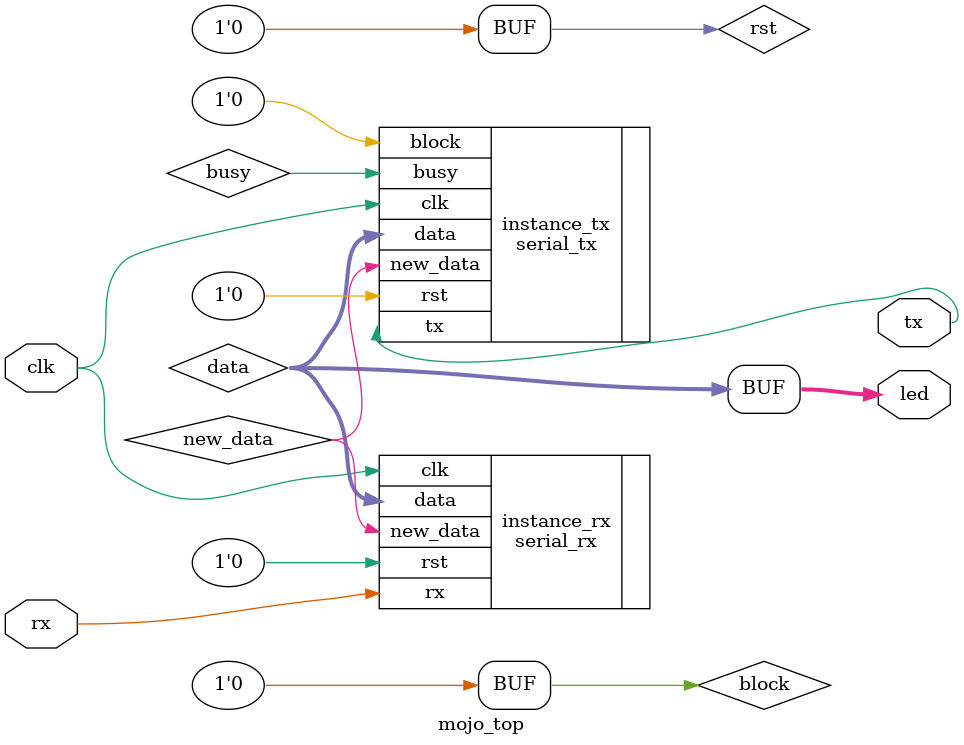
<source format=v>


`define CLK_PER_BIT 4

module mojo_top (
  input clk,
  output[7:0]led,
  input rx,
  output tx
);

wire rst = 0;
wire block = 0;
wire busy;
wire new_data;
wire [7:0] data;

initial begin
  $display ("Hello world in uart program");
end

assign led = data;

serial_rx #(.CLK_PER_BIT(`CLK_PER_BIT)) instance_rx (
  .clk(clk),
  .rst(rst),
  .rx(rx),
  .data(data),
  .new_data(new_data)
);

serial_tx #(.CLK_PER_BIT(`CLK_PER_BIT)) instance_tx (
  .clk(clk),
  .rst(rst),
  .tx(tx),
  .block(block),
  .busy(busy),
  .data(data),
  .new_data(new_data)
);

endmodule

</source>
